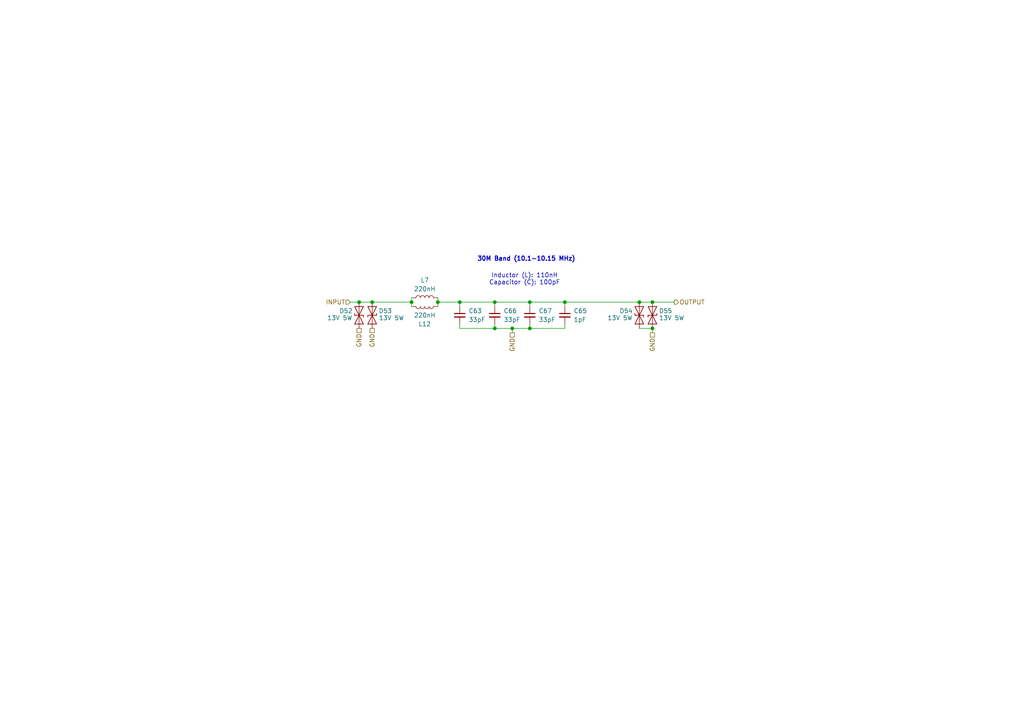
<source format=kicad_sch>
(kicad_sch (version 20231120) (generator "eeschema") (generator_version "8.0")
  (paper "A4")
  (lib_symbols
    (symbol "Device:C_Small" (pin_numbers hide) (pin_names (offset 0.254) hide)
      (property "Reference" "C" (at 0.254 1.778 0))
      (property "Value" "C_Small" (at 0.254 -2.032 0))
      (symbol "C_Small_0_1"
        (polyline (pts (xy -1.524 -0.508) (xy 1.524 -0.508)) (stroke (width 0.3302)))
        (polyline (pts (xy -1.524 0.508) (xy 1.524 0.508)) (stroke (width 0.3048)))
      )
      (symbol "C_Small_1_1"
        (pin passive line (at 0 2.54 270) (length 2.032) (name "~") (number "1"))
        (pin passive line (at 0 -2.54 90) (length 2.032) (name "~") (number "2"))
      )
    )
    (symbol "Device:L" (pin_numbers hide) (pin_names (offset 1.016) hide)
      (property "Reference" "L" (at -1.27 0 90))
      (property "Value" "L" (at 1.905 0 90))
      (symbol "L_0_1"
        (arc (start 0 -2.54) (mid 0.6323 -1.905) (end 0 -1.27))
        (arc (start 0 -1.27) (mid 0.6323 -0.635) (end 0 0))
        (arc (start 0 0) (mid 0.6323 0.635) (end 0 1.27))
        (arc (start 0 1.27) (mid 0.6323 1.905) (end 0 2.54))
      )
      (symbol "L_1_1"
        (pin passive line (at 0 3.81 270) (length 1.27) (name "1") (number "1"))
        (pin passive line (at 0 -3.81 90) (length 1.27) (name "2") (number "2"))
      )
    )
    (symbol "Diode:SD15_SOD323" (pin_numbers hide) (pin_names (offset 1.016) hide)
      (property "Reference" "D" (at 0 2.54 0))
      (property "Value" "SD15_SOD323" (at 0 -2.54 0))
      (symbol "SD15_SOD323_0_1"
        (polyline (pts (xy 1.27 0) (xy -1.27 0)))
        (polyline (pts (xy -2.54 -1.27) (xy 0 0) (xy -2.54 1.27) (xy -2.54 -1.27)) (stroke (width 0.2032)))
        (polyline (pts (xy 0.508 1.27) (xy 0 1.27) (xy 0 -1.27) (xy -0.508 -1.27)) (stroke (width 0.2032)))
        (polyline (pts (xy 2.54 1.27) (xy 2.54 -1.27) (xy 0 0) (xy 2.54 1.27)) (stroke (width 0.2032)))
      )
      (symbol "SD15_SOD323_1_1"
        (pin passive line (at -3.81 0 0) (length 2.54) (name "A1") (number "1"))
        (pin passive line (at 3.81 0 180) (length 2.54) (name "A2") (number "2"))
      )
    )
  )
  (junction (at 185.42 87.63))
  (junction (at 107.95 87.63))
  (junction (at 189.23 95.25))
  (junction (at 119.38 87.63))
  (junction (at 163.83 87.63))
  (junction (at 104.14 87.63))
  (junction (at 189.23 87.63))
  (junction (at 153.67 95.25))
  (junction (at 148.59 95.25))
  (junction (at 143.51 87.63))
  (junction (at 153.67 87.63))
  (junction (at 127 87.63))
  (junction (at 143.51 95.25))
  (junction (at 133.35 87.63))
  (wire (pts (xy 163.83 93.98) (xy 163.83 95.25)))
  (wire (pts (xy 143.51 87.63) (xy 143.51 88.9)))
  (wire (pts (xy 133.35 87.63) (xy 133.35 88.9)))
  (wire (pts (xy 133.35 87.63) (xy 143.51 87.63)))
  (wire (pts (xy 189.23 87.63) (xy 195.58 87.63)))
  (wire (pts (xy 143.51 95.25) (xy 133.35 95.25)))
  (wire (pts (xy 189.23 95.25) (xy 185.42 95.25)))
  (wire (pts (xy 153.67 87.63) (xy 153.67 88.9)))
  (wire (pts (xy 163.83 95.25) (xy 153.67 95.25)))
  (wire (pts (xy 148.59 95.25) (xy 148.59 96.52)))
  (wire (pts (xy 104.14 87.63) (xy 107.95 87.63)))
  (wire (pts (xy 143.51 87.63) (xy 153.67 87.63)))
  (wire (pts (xy 127 87.63) (xy 133.35 87.63)))
  (wire (pts (xy 153.67 87.63) (xy 163.83 87.63)))
  (wire (pts (xy 163.83 87.63) (xy 185.42 87.63)))
  (wire (pts (xy 127 86.36) (xy 127 87.63)))
  (wire (pts (xy 148.59 95.25) (xy 143.51 95.25)))
  (wire (pts (xy 127 87.63) (xy 127 88.9)))
  (wire (pts (xy 189.23 95.25) (xy 189.23 96.52)))
  (wire (pts (xy 153.67 93.98) (xy 153.67 95.25)))
  (wire (pts (xy 101.6 87.63) (xy 104.14 87.63)))
  (wire (pts (xy 153.67 95.25) (xy 148.59 95.25)))
  (wire (pts (xy 119.38 86.36) (xy 119.38 87.63)))
  (wire (pts (xy 119.38 87.63) (xy 119.38 88.9)))
  (wire (pts (xy 185.42 87.63) (xy 189.23 87.63)))
  (wire (pts (xy 107.95 87.63) (xy 119.38 87.63)))
  (wire (pts (xy 163.83 87.63) (xy 163.83 88.9)))
  (wire (pts (xy 143.51 93.98) (xy 143.51 95.25)))
  (wire (pts (xy 133.35 95.25) (xy 133.35 93.98)))
  (text "Inductor (L): 110nH\nCapacitor (C): 100pF" (at 152.146 81.026 0) (effects (font (size 1.27 1.27))))
  (text "30M Band (10.1-10.15 MHz)" (at 152.654 75.184 0) (effects (font (size 1.27 1.27) (thickness 0.254) (bold yes))))
  (hierarchical_label "GND" (shape passive) (at 189.23 96.52 270))
  (hierarchical_label "OUTPUT" (shape output) (at 195.58 87.63 0))
  (hierarchical_label "GND" (shape passive) (at 104.14 95.25 270))
  (hierarchical_label "INPUT" (shape input) (at 101.6 87.63 180))
  (hierarchical_label "GND" (shape passive) (at 107.95 95.25 270))
  (hierarchical_label "GND" (shape passive) (at 148.59 96.52 270))
  (symbol (lib_id "Diode:SD15_SOD323") (at 104.14 91.44 90) (unit 1)
    (property "Reference" "D52" (at 100.33 90.17 90))
    (property "Value" "13V 5W" (at 98.552 92.202 90))
    (property "Footprint" "Diode_SMD:D_0603_1608Metric" (effects (hide yes)))
    (property "Datasheet" "https://wmsc.lcsc.com/wmsc/upload/file/pdf/v2/lcsc/1912111437_DOWO-SMB5350B_C284082.pdf" (effects (hide yes)))
    (property "Description" "Independent Type 5W 13V SMB(DO-214AA) Zener Diodes ROHS" (effects (hide yes)))
    (property "LCSC Part #" "C284082" (effects (hide yes)))
    (property "MPN" "SMB5350B" (effects (hide yes)))
    (property "Manufacturer" "DOWO" (effects (hide yes)))
  )
  (symbol (lib_id "Device:L") (at 123.19 86.36 90) (unit 1)
    (property "Reference" "L7" (at 123.19 81.28 90))
    (property "Value" "220nH" (at 123.19 83.82 90))
    (property "Footprint" "Inductor_SMD:L_0805_2012Metric" (effects (hide yes)))
    (property "Datasheet" "https://wmsc.lcsc.com/wmsc/upload/file/pdf/v2/lcsc/2302231030_FH--Guangdong-Fenghua-Advanced-Tech-FHW0805UCR22JGT_C108960.pdf" (effects (hide yes)))
    (property "Description" "400mA 220nH ±5% 1.05Ω 0805 Inductors (SMD) ROHS" (effects (hide yes)))
    (property "LCSC Part #" "C108960" (effects (hide yes)))
    (property "MPN" "FHW0805UCR22JGT" (effects (hide yes)))
    (property "Manufacturer" "Fenghua" (effects (hide yes)))
  )
  (symbol (lib_id "Device:C_Small") (at 163.83 91.44 0) (unit 1)
    (property "Reference" "C65" (at 166.37 90.1762 0) (effects (justify left)))
    (property "Value" "1pF" (at 166.37 92.7162 0) (effects (justify left)))
    (property "Footprint" "Capacitor_SMD:C_1206_3216Metric" (effects (hide yes)))
    (property "Datasheet" "https://wmsc.lcsc.com/wmsc/upload/file/pdf/v2/lcsc/2304140030_FH--Guangdong-Fenghua-Advanced-Tech-1206CG1R0C500NT_C1891.pdf" (effects (hide yes)))
    (property "Description" "Unpolarized capacitor, small symbol" (effects (hide yes)))
    (property "LCSC Part #" "C1891" (effects (hide yes)))
    (property "MPN" "1206CG1R0C500NT" (effects (hide yes)))
    (property "Manufacturer" "Fenghua" (effects (hide yes)))
  )
  (symbol (lib_id "Device:C_Small") (at 153.67 91.44 0) (unit 1)
    (property "Reference" "C67" (at 156.21 90.1762 0) (effects (justify left)))
    (property "Value" "33pF" (at 156.21 92.7162 0) (effects (justify left)))
    (property "Footprint" "Capacitor_SMD:C_1206_3216Metric" (effects (hide yes)))
    (property "Datasheet" "https://wmsc.lcsc.com/wmsc/upload/file/pdf/v2/lcsc/2304140030_Murata-Electronics-GRM31A5C2J330JW01D_C415521.pdf" (effects (hide yes)))
    (property "Description" "630V 33pF C0G ±5% 1206 Multilayer Ceramic Capacitors MLCC - SMD/SMT ROHS" (effects (hide yes)))
    (property "LCSC Part #" "C415521" (effects (hide yes)))
    (property "MPN" "GRM31A5C2J330JW01D" (effects (hide yes)))
    (property "Manufacturer" "Murata" (effects (hide yes)))
  )
  (symbol (lib_id "Diode:SD15_SOD323") (at 185.42 91.44 90) (unit 1)
    (property "Reference" "D54" (at 181.61 90.17 90))
    (property "Value" "13V 5W" (at 179.832 92.202 90))
    (property "Footprint" "Diode_SMD:D_0603_1608Metric" (effects (hide yes)))
    (property "Datasheet" "https://wmsc.lcsc.com/wmsc/upload/file/pdf/v2/lcsc/1912111437_DOWO-SMB5350B_C284082.pdf" (effects (hide yes)))
    (property "Description" "Independent Type 5W 13V SMB(DO-214AA) Zener Diodes ROHS" (effects (hide yes)))
    (property "LCSC Part #" "C284082" (effects (hide yes)))
    (property "MPN" "SMB5350B" (effects (hide yes)))
    (property "Manufacturer" "DOWO" (effects (hide yes)))
  )
  (symbol (lib_id "Device:L") (at 123.19 88.9 90) (mirror x) (unit 1)
    (property "Reference" "L12" (at 123.19 93.98 90))
    (property "Value" "220nH" (at 123.19 91.44 90))
    (property "Footprint" "Inductor_SMD:L_0805_2012Metric" (effects (hide yes)))
    (property "Datasheet" "https://wmsc.lcsc.com/wmsc/upload/file/pdf/v2/lcsc/2302231030_FH--Guangdong-Fenghua-Advanced-Tech-FHW0805UCR22JGT_C108960.pdf" (effects (hide yes)))
    (property "Description" "400mA 220nH ±5% 1.05Ω 0805 Inductors (SMD) ROHS" (effects (hide yes)))
    (property "LCSC Part #" "C108960" (effects (hide yes)))
    (property "MPN" "FHW0805UCR22JGT" (effects (hide yes)))
    (property "Manufacturer" "Fenghua" (effects (hide yes)))
  )
  (symbol (lib_id "Diode:SD15_SOD323") (at 189.23 91.44 270) (mirror x) (unit 1)
    (property "Reference" "D55" (at 193.04 90.17 90))
    (property "Value" "13V 5W" (at 194.818 92.202 90))
    (property "Footprint" "Diode_SMD:D_0603_1608Metric" (effects (hide yes)))
    (property "Datasheet" "https://wmsc.lcsc.com/wmsc/upload/file/pdf/v2/lcsc/1912111437_DOWO-SMB5350B_C284082.pdf" (effects (hide yes)))
    (property "Description" "Independent Type 5W 13V SMB(DO-214AA) Zener Diodes ROHS" (effects (hide yes)))
    (property "LCSC Part #" "C284082" (effects (hide yes)))
    (property "MPN" "SMB5350B" (effects (hide yes)))
    (property "Manufacturer" "DOWO" (effects (hide yes)))
  )
  (symbol (lib_id "Device:C_Small") (at 143.51 91.44 0) (unit 1)
    (property "Reference" "C66" (at 146.05 90.1762 0) (effects (justify left)))
    (property "Value" "33pF" (at 146.05 92.7162 0) (effects (justify left)))
    (property "Footprint" "Capacitor_SMD:C_1206_3216Metric" (effects (hide yes)))
    (property "Datasheet" "https://wmsc.lcsc.com/wmsc/upload/file/pdf/v2/lcsc/2304140030_Murata-Electronics-GRM31A5C2J330JW01D_C415521.pdf" (effects (hide yes)))
    (property "Description" "630V 33pF C0G ±5% 1206 Multilayer Ceramic Capacitors MLCC - SMD/SMT ROHS" (effects (hide yes)))
    (property "LCSC Part #" "C415521" (effects (hide yes)))
    (property "MPN" "GRM31A5C2J330JW01D" (effects (hide yes)))
    (property "Manufacturer" "Murata" (effects (hide yes)))
  )
  (symbol (lib_id "Device:C_Small") (at 133.35 91.44 0) (unit 1)
    (property "Reference" "C63" (at 135.89 90.1762 0) (effects (justify left)))
    (property "Value" "33pF" (at 135.89 92.7162 0) (effects (justify left)))
    (property "Footprint" "Capacitor_SMD:C_1206_3216Metric" (effects (hide yes)))
    (property "Datasheet" "https://wmsc.lcsc.com/wmsc/upload/file/pdf/v2/lcsc/2304140030_Murata-Electronics-GRM31A5C2J330JW01D_C415521.pdf" (effects (hide yes)))
    (property "Description" "630V 33pF C0G ±5% 1206 Multilayer Ceramic Capacitors MLCC - SMD/SMT ROHS" (effects (hide yes)))
    (property "LCSC Part #" "C415521" (effects (hide yes)))
    (property "MPN" "GRM31A5C2J330JW01D" (effects (hide yes)))
    (property "Manufacturer" "Murata" (effects (hide yes)))
  )
  (symbol (lib_id "Diode:SD15_SOD323") (at 107.95 91.44 270) (mirror x) (unit 1)
    (property "Reference" "D53" (at 111.76 90.17 90))
    (property "Value" "13V 5W" (at 113.538 92.202 90))
    (property "Footprint" "Diode_SMD:D_0603_1608Metric" (effects (hide yes)))
    (property "Datasheet" "https://wmsc.lcsc.com/wmsc/upload/file/pdf/v2/lcsc/1912111437_DOWO-SMB5350B_C284082.pdf" (effects (hide yes)))
    (property "Description" "Independent Type 5W 13V SMB(DO-214AA) Zener Diodes ROHS" (effects (hide yes)))
    (property "LCSC Part #" "C284082" (effects (hide yes)))
    (property "MPN" "SMB5350B" (effects (hide yes)))
    (property "Manufacturer" "DOWO" (effects (hide yes)))
  )
)
</source>
